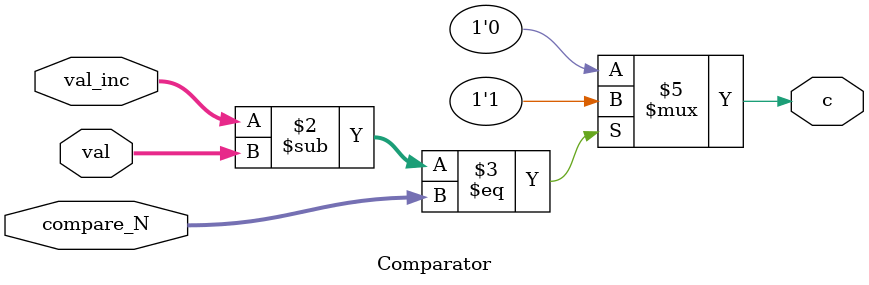
<source format=sv>
module Comparator(
	input logic [31:0] val,
	input logic [31:0] val_inc,
	input logic [31:0] compare_N,
	
	output logic c
);


	always_comb
		begin
			if ((val_inc-val) == compare_N)
				c = 1'b1;	//stop incrementing
			else
				c = 1'b0;
		end
		
endmodule



</source>
